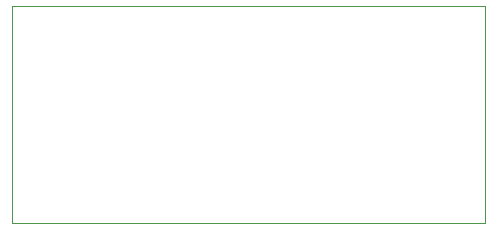
<source format=gbr>
G04 #@! TF.GenerationSoftware,KiCad,Pcbnew,(5.1.5)-3*
G04 #@! TF.CreationDate,2020-12-11T12:36:31+02:00*
G04 #@! TF.ProjectId,Single_transistor_AMP,53696e67-6c65-45f7-9472-616e73697374,V1.0*
G04 #@! TF.SameCoordinates,Original*
G04 #@! TF.FileFunction,Profile,NP*
%FSLAX46Y46*%
G04 Gerber Fmt 4.6, Leading zero omitted, Abs format (unit mm)*
G04 Created by KiCad (PCBNEW (5.1.5)-3) date 2020-12-11 12:36:31*
%MOMM*%
%LPD*%
G04 APERTURE LIST*
%ADD10C,0.050000*%
G04 APERTURE END LIST*
D10*
X116205000Y-92075000D02*
X116205000Y-73660000D01*
X156210000Y-92075000D02*
X116205000Y-92075000D01*
X156210000Y-73660000D02*
X156210000Y-92075000D01*
X116205000Y-73660000D02*
X156210000Y-73660000D01*
M02*

</source>
